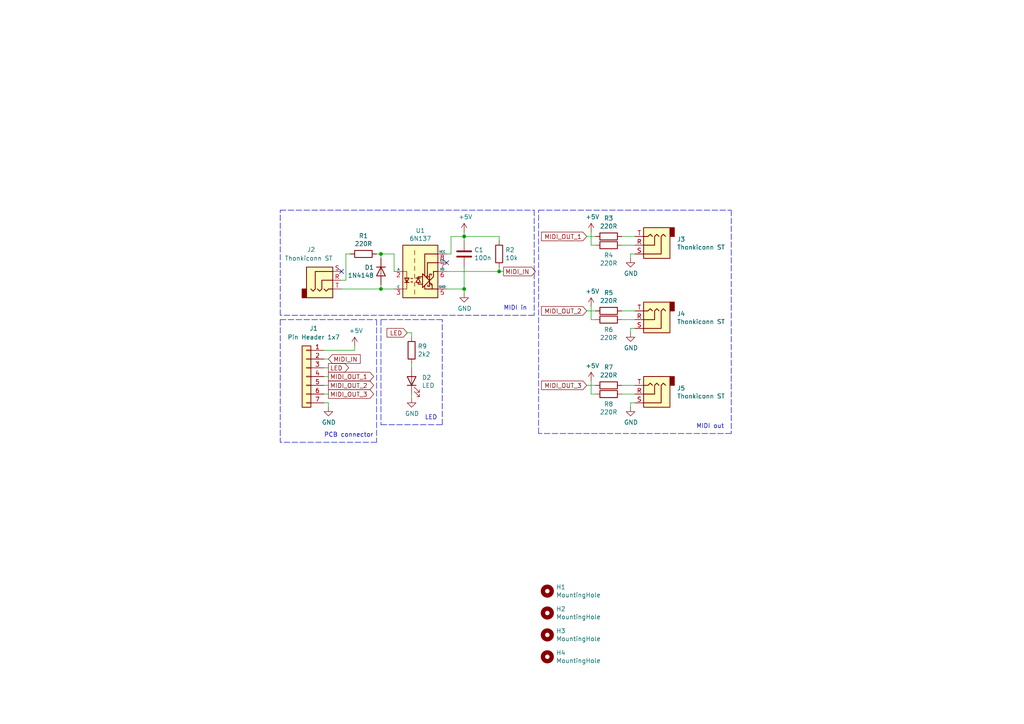
<source format=kicad_sch>
(kicad_sch (version 20211123) (generator eeschema)
  (paper "A4")
  (title_block (title "midi-splitter front") (date "2022-01-22") (rev "1.0") (comment 3 "Released under CERN Open Hardware Licence Version 2 - Strongly Reciprocal") (comment 4 "Designed by: Rafael G. Martins"))
  (lib_symbols
    (symbol "Connector:AudioJack3"
      (property "Reference" "J" (at 0 8.89 0))
      (property "Value" "AudioJack3" (at 0 6.35 0))
      (symbol "AudioJack3_0_1"
        (rectangle (start -5.08 -5.08) (end -6.35 -2.54) (stroke (width 0.254)) (fill (type outline)))
        (polyline (pts (xy 0 -2.54) (xy 0.635 -3.175) (xy 1.27 -2.54) (xy 2.54 -2.54)) (stroke (width 0.254)))
        (polyline (pts (xy -1.905 -2.54) (xy -1.27 -3.175) (xy -0.635 -2.54) (xy -0.635 0) (xy 2.54 0)) (stroke (width 0.254)))
        (polyline (pts (xy 2.54 2.54) (xy -2.54 2.54) (xy -2.54 -2.54) (xy -3.175 -3.175) (xy -3.81 -2.54)) (stroke (width 0.254)))
        (rectangle (start 2.54 3.81) (end -5.08 -5.08) (stroke (width 0.254)) (fill (type background)))
      )
      (symbol "AudioJack3_1_1"
        (pin passive line (at 5.08 0 180) (length 2.54) (name "~") (number "R"))
        (pin passive line (at 5.08 2.54 180) (length 2.54) (name "~") (number "S"))
        (pin passive line (at 5.08 -2.54 180) (length 2.54) (name "~") (number "T"))
      )
    )
    (symbol "Connector_Generic:Conn_01x07" (pin_names (offset 1.016) hide)
      (property "Reference" "J" (at 0 10.16 0))
      (property "Value" "Conn_01x07" (at 0 -10.16 0))
      (symbol "Conn_01x07_1_1"
        (rectangle (start -1.27 -7.493) (end 0 -7.747) (stroke (width 0.1524)))
        (rectangle (start -1.27 -4.953) (end 0 -5.207) (stroke (width 0.1524)))
        (rectangle (start -1.27 -2.413) (end 0 -2.667) (stroke (width 0.1524)))
        (rectangle (start -1.27 0.127) (end 0 -0.127) (stroke (width 0.1524)))
        (rectangle (start -1.27 2.667) (end 0 2.413) (stroke (width 0.1524)))
        (rectangle (start -1.27 5.207) (end 0 4.953) (stroke (width 0.1524)))
        (rectangle (start -1.27 7.747) (end 0 7.493) (stroke (width 0.1524)))
        (rectangle (start -1.27 8.89) (end 1.27 -8.89) (stroke (width 0.254)) (fill (type background)))
        (pin passive line (at -5.08 7.62 0) (length 3.81) (name "Pin_1") (number "1"))
        (pin passive line (at -5.08 5.08 0) (length 3.81) (name "Pin_2") (number "2"))
        (pin passive line (at -5.08 2.54 0) (length 3.81) (name "Pin_3") (number "3"))
        (pin passive line (at -5.08 0 0) (length 3.81) (name "Pin_4") (number "4"))
        (pin passive line (at -5.08 -2.54 0) (length 3.81) (name "Pin_5") (number "5"))
        (pin passive line (at -5.08 -5.08 0) (length 3.81) (name "Pin_6") (number "6"))
        (pin passive line (at -5.08 -7.62 0) (length 3.81) (name "Pin_7") (number "7"))
      )
    )
    (symbol "Device:C" (pin_numbers hide) (pin_names (offset 0.254))
      (property "Reference" "C" (at 0.635 2.54 0))
      (property "Value" "C" (at 0.635 -2.54 0))
      (symbol "C_0_1"
        (polyline (pts (xy -2.032 -0.762) (xy 2.032 -0.762)) (stroke (width 0.508)))
        (polyline (pts (xy -2.032 0.762) (xy 2.032 0.762)) (stroke (width 0.508)))
      )
      (symbol "C_1_1"
        (pin passive line (at 0 3.81 270) (length 2.794) (name "~") (number "1"))
        (pin passive line (at 0 -3.81 90) (length 2.794) (name "~") (number "2"))
      )
    )
    (symbol "Device:LED" (pin_numbers hide) (pin_names (offset 1.016) hide)
      (property "Reference" "D" (at 0 2.54 0))
      (property "Value" "LED" (at 0 -2.54 0))
      (symbol "LED_0_1"
        (polyline (pts (xy -1.27 -1.27) (xy -1.27 1.27)) (stroke (width 0.254)))
        (polyline (pts (xy -1.27 0) (xy 1.27 0)))
        (polyline (pts (xy 1.27 -1.27) (xy 1.27 1.27) (xy -1.27 0) (xy 1.27 -1.27)) (stroke (width 0.254)))
        (polyline (pts (xy -3.048 -0.762) (xy -4.572 -2.286) (xy -3.81 -2.286) (xy -4.572 -2.286) (xy -4.572 -1.524)))
        (polyline (pts (xy -1.778 -0.762) (xy -3.302 -2.286) (xy -2.54 -2.286) (xy -3.302 -2.286) (xy -3.302 -1.524)))
      )
      (symbol "LED_1_1"
        (pin passive line (at -3.81 0 0) (length 2.54) (name "K") (number "1"))
        (pin passive line (at 3.81 0 180) (length 2.54) (name "A") (number "2"))
      )
    )
    (symbol "Device:R" (pin_numbers hide) (pin_names (offset 0))
      (property "Reference" "R" (at 2.032 0 90))
      (property "Value" "R" (at 0 0 90))
      (symbol "R_0_1"
        (rectangle (start -1.016 -2.54) (end 1.016 2.54) (stroke (width 0.254)))
      )
      (symbol "R_1_1"
        (pin passive line (at 0 3.81 270) (length 1.27) (name "~") (number "1"))
        (pin passive line (at 0 -3.81 90) (length 1.27) (name "~") (number "2"))
      )
    )
    (symbol "Diode:1N4148" (pin_numbers hide) (pin_names (offset 1.016) hide)
      (property "Reference" "D" (at 0 2.54 0))
      (property "Value" "1N4148" (at 0 -2.54 0))
      (symbol "1N4148_0_1"
        (polyline (pts (xy -1.27 1.27) (xy -1.27 -1.27)) (stroke (width 0.254)))
        (polyline (pts (xy 1.27 0) (xy -1.27 0)))
        (polyline (pts (xy 1.27 1.27) (xy 1.27 -1.27) (xy -1.27 0) (xy 1.27 1.27)) (stroke (width 0.254)))
      )
      (symbol "1N4148_1_1"
        (pin passive line (at -3.81 0 0) (length 2.54) (name "K") (number "1"))
        (pin passive line (at 3.81 0 180) (length 2.54) (name "A") (number "2"))
      )
    )
    (symbol "Isolator:6N137" (pin_names (offset 0))
      (property "Reference" "U" (at -4.064 8.89 0))
      (property "Value" "6N137" (at 0 -8.89 0))
      (symbol "6N137_0_1"
        (polyline (pts (xy 2.667 -3.556) (xy 2.667 -1.651)) (stroke (width 0.254)))
        (polyline (pts (xy 2.667 -2.159) (xy 2.667 -2.921)) (stroke (width 0.254)))
        (polyline (pts (xy 3.429 -3.937) (xy 3.429 -5.08)) (stroke (width 0.254)))
        (polyline (pts (xy -0.635 -3.302) (xy -0.635 -3.683) (xy 0.635 -3.683)) (stroke (width 0.254)))
        (polyline (pts (xy -0.635 -1.905) (xy -0.635 -1.524) (xy 0.508 -1.524)) (stroke (width 0.254)))
        (polyline (pts (xy 1.27 -4.064) (xy 1.27 -5.08) (xy 5.08 -5.08)) (stroke (width 0.254)))
        (polyline (pts (xy 1.27 -1.27) (xy 1.27 5.08) (xy 5.08 5.08)) (stroke (width 0.254)))
        (polyline (pts (xy 2.032 -1.27) (xy 2.032 2.54) (xy 5.08 2.54)) (stroke (width 0.254)))
        (polyline (pts (xy -5.08 -5.08) (xy -3.937 -5.08) (xy -3.937 0) (xy -5.08 0)))
        (polyline (pts (xy 2.667 -3.302) (xy 2.667 -4.318) (xy 2.159 -4.318) (xy 2.159 -3.937)) (stroke (width 0.254)))
        (polyline (pts (xy 2.667 -2.667) (xy 0.635 -4.699) (xy 0.635 -0.635) (xy 2.667 -2.667)) (stroke (width 0.254)))
        (polyline (pts (xy 2.667 -1.778) (xy 2.667 -0.762) (xy 3.175 -0.762) (xy 3.175 -1.143)) (stroke (width 0.254)))
        (polyline (pts (xy 2.794 -2.54) (xy 3.81 -1.524) (xy 3.81 0) (xy 5.08 0)) (stroke (width 0.254)))
        (polyline (pts (xy 2.667 -3.175) (xy 3.429 -3.937) (xy 3.302 -3.556) (xy 3.048 -3.81) (xy 3.429 -3.937)) (stroke (width 0.254)))
        (circle (center 2.032 -1.524) (radius 0.254) (stroke (width 0.254)))
      )
      (symbol "6N137_1_1"
        (rectangle (start -5.08 7.62) (end 5.08 -7.62) (stroke (width 0.254)) (fill (type background)))
        (polyline (pts (xy -4.572 -3.175) (xy -3.302 -3.175)) (stroke (width 0.254)))
        (polyline (pts (xy -1.651 -5.334) (xy -1.651 -6.604)))
        (polyline (pts (xy -1.651 -3.048) (xy -1.651 -4.318)))
        (polyline (pts (xy -1.651 -0.762) (xy -1.651 -2.032)))
        (polyline (pts (xy -1.651 1.524) (xy -1.651 0.254)))
        (polyline (pts (xy -1.651 3.81) (xy -1.651 2.54)))
        (polyline (pts (xy -1.651 6.096) (xy -1.651 4.826)))
        (polyline (pts (xy -1.27 -1.905) (xy 0 -1.905)) (stroke (width 0.254)))
        (polyline (pts (xy -3.937 -3.175) (xy -4.572 -1.905) (xy -3.302 -1.905) (xy -3.937 -3.175)) (stroke (width 0.254)))
        (polyline (pts (xy -0.635 -1.905) (xy -1.27 -3.175) (xy 0 -3.175) (xy -0.635 -1.905)) (stroke (width 0.254)))
        (polyline (pts (xy -2.921 -3.048) (xy -2.159 -3.048) (xy -2.54 -3.175) (xy -2.54 -2.921) (xy -2.159 -3.048)) (stroke (width 0.127)))
        (polyline (pts (xy -2.921 -2.032) (xy -2.159 -2.032) (xy -2.54 -2.159) (xy -2.54 -1.905) (xy -2.159 -2.032)) (stroke (width 0.127)))
        (pin no_connect line (at -5.08 5.08 0) (length 2.54) hide (name "NC") (number "1"))
        (pin passive line (at -7.62 0 0) (length 2.54) (name "A") (number "2"))
        (pin passive line (at -7.62 -5.08 0) (length 2.54) (name "C") (number "3"))
        (pin power_in line (at 7.62 -5.08 180) (length 2.54) (name "GND") (number "5"))
        (pin open_collector line (at 7.62 0 180) (length 2.54) (name "VO") (number "6"))
        (pin input line (at 7.62 2.54 180) (length 2.54) (name "EN") (number "7"))
        (pin power_in line (at 7.62 5.08 180) (length 2.54) (name "VCC") (number "8"))
      )
    )
    (symbol "Mechanical:MountingHole" (pin_names (offset 1.016))
      (property "Reference" "H" (at 0 5.08 0))
      (property "Value" "MountingHole" (at 0 3.175 0))
      (symbol "MountingHole_0_1"
        (circle (center 0 0) (radius 1.27) (stroke (width 1.27)))
      )
    )
    (symbol "power:+5V" (power) (pin_names (offset 0))
      (property "Value" "+5V" (at 0 3.556 0))
      (symbol "+5V_0_1"
        (polyline (pts (xy -0.762 1.27) (xy 0 2.54)))
        (polyline (pts (xy 0 0) (xy 0 2.54)))
        (polyline (pts (xy 0 2.54) (xy 0.762 1.27)))
      )
      (symbol "+5V_1_1"
        (pin power_in line (at 0 0 90) (length 0) hide (name "+5V") (number "1"))
      )
    )
    (symbol "power:GND" (power) (pin_names (offset 0))
      (property "Value" "GND" (at 0 -3.81 0))
      (symbol "GND_0_1"
        (polyline (pts (xy 0 0) (xy 0 -1.27) (xy 1.27 -1.27) (xy 0 -2.54) (xy -1.27 -1.27) (xy 0 -1.27)))
      )
      (symbol "GND_1_1"
        (pin power_in line (at 0 0 270) (length 0) hide (name "GND") (number "1"))
      )
    )
  )
  (junction (at 144.78 78.74))
  (junction (at 110.49 73.66))
  (junction (at 110.49 83.82))
  (junction (at 134.62 68.58))
  (junction (at 134.62 83.82))
  (no_connect (at 129.54 76.2))
  (no_connect (at 99.06 78.74))
  (polyline (pts (xy 81.28 60.96) (xy 154.94 60.96)))
  (wire (pts (xy 109.22 73.66) (xy 110.49 73.66)))
  (wire (pts (xy 170.18 90.17) (xy 172.72 90.17)))
  (wire (pts (xy 182.88 73.66) (xy 184.15 73.66)))
  (wire (pts (xy 171.45 114.3) (xy 172.72 114.3)))
  (polyline (pts (xy 156.21 125.73) (xy 156.21 60.96)))
  (wire (pts (xy 182.88 74.93) (xy 182.88 73.66)))
  (wire (pts (xy 144.78 78.74) (xy 144.78 77.47)))
  (wire (pts (xy 182.88 118.11) (xy 182.88 116.84)))
  (wire (pts (xy 99.06 83.82) (xy 110.49 83.82)))
  (wire (pts (xy 134.62 69.85) (xy 134.62 68.58)))
  (wire (pts (xy 182.88 95.25) (xy 184.15 95.25)))
  (wire (pts (xy 129.54 73.66) (xy 130.81 73.66)))
  (wire (pts (xy 180.34 71.12) (xy 184.15 71.12)))
  (wire (pts (xy 93.98 101.6) (xy 102.87 101.6)))
  (wire (pts (xy 102.87 101.6) (xy 102.87 100.33)))
  (wire (pts (xy 144.78 78.74) (xy 146.05 78.74)))
  (wire (pts (xy 110.49 73.66) (xy 114.3 73.66)))
  (wire (pts (xy 100.33 81.28) (xy 100.33 73.66)))
  (wire (pts (xy 134.62 85.09) (xy 134.62 83.82)))
  (wire (pts (xy 171.45 71.12) (xy 172.72 71.12)))
  (polyline (pts (xy 128.27 92.71) (xy 110.49 92.71)))
  (polyline (pts (xy 81.28 92.71) (xy 109.22 92.71)))
  (polyline (pts (xy 154.94 91.44) (xy 81.28 91.44)))
  (wire (pts (xy 100.33 73.66) (xy 101.6 73.66)))
  (wire (pts (xy 134.62 83.82) (xy 134.62 77.47)))
  (polyline (pts (xy 109.22 92.71) (xy 109.22 128.27)))
  (wire (pts (xy 144.78 68.58) (xy 144.78 69.85)))
  (wire (pts (xy 93.98 109.22) (xy 95.25 109.22)))
  (wire (pts (xy 93.98 104.14) (xy 95.25 104.14)))
  (polyline (pts (xy 212.09 125.73) (xy 156.21 125.73)))
  (wire (pts (xy 110.49 83.82) (xy 114.3 83.82)))
  (wire (pts (xy 129.54 83.82) (xy 134.62 83.82)))
  (polyline (pts (xy 110.49 123.19) (xy 128.27 123.19)))
  (wire (pts (xy 93.98 111.76) (xy 95.25 111.76)))
  (polyline (pts (xy 81.28 92.71) (xy 81.28 128.27)))
  (polyline (pts (xy 154.94 60.96) (xy 154.94 91.44)))
  (wire (pts (xy 130.81 73.66) (xy 130.81 68.58)))
  (wire (pts (xy 171.45 110.49) (xy 171.45 114.3)))
  (wire (pts (xy 93.98 116.84) (xy 95.25 116.84)))
  (wire (pts (xy 170.18 68.58) (xy 172.72 68.58)))
  (wire (pts (xy 171.45 67.31) (xy 171.45 71.12)))
  (wire (pts (xy 171.45 92.71) (xy 172.72 92.71)))
  (wire (pts (xy 129.54 78.74) (xy 144.78 78.74)))
  (wire (pts (xy 110.49 74.93) (xy 110.49 73.66)))
  (wire (pts (xy 180.34 92.71) (xy 184.15 92.71)))
  (polyline (pts (xy 109.22 128.27) (xy 81.28 128.27)))
  (wire (pts (xy 114.3 73.66) (xy 114.3 78.74)))
  (wire (pts (xy 110.49 82.55) (xy 110.49 83.82)))
  (wire (pts (xy 119.38 96.52) (xy 119.38 97.79)))
  (wire (pts (xy 99.06 81.28) (xy 100.33 81.28)))
  (wire (pts (xy 93.98 106.68) (xy 95.25 106.68)))
  (wire (pts (xy 171.45 88.9) (xy 171.45 92.71)))
  (polyline (pts (xy 81.28 91.44) (xy 81.28 60.96)))
  (polyline (pts (xy 128.27 123.19) (xy 128.27 92.71)))
  (wire (pts (xy 182.88 116.84) (xy 184.15 116.84)))
  (wire (pts (xy 134.62 68.58) (xy 134.62 67.31)))
  (wire (pts (xy 180.34 90.17) (xy 184.15 90.17)))
  (wire (pts (xy 119.38 115.57) (xy 119.38 114.3)))
  (wire (pts (xy 182.88 96.52) (xy 182.88 95.25)))
  (polyline (pts (xy 110.49 92.71) (xy 110.49 123.19)))
  (wire (pts (xy 180.34 114.3) (xy 184.15 114.3)))
  (wire (pts (xy 95.25 116.84) (xy 95.25 118.11)))
  (wire (pts (xy 119.38 106.68) (xy 119.38 105.41)))
  (wire (pts (xy 118.11 96.52) (xy 119.38 96.52)))
  (wire (pts (xy 180.34 111.76) (xy 184.15 111.76)))
  (wire (pts (xy 180.34 68.58) (xy 184.15 68.58)))
  (polyline (pts (xy 156.21 60.96) (xy 212.09 60.96)))
  (wire (pts (xy 130.81 68.58) (xy 134.62 68.58)))
  (polyline (pts (xy 212.09 60.96) (xy 212.09 125.73)))
  (wire (pts (xy 134.62 68.58) (xy 144.78 68.58)))
  (wire (pts (xy 170.18 111.76) (xy 172.72 111.76)))
  (wire (pts (xy 93.98 114.3) (xy 95.25 114.3)))
  (text "LED" (at 123.19 121.92 0) (effects (font (size 1.27 1.27)) (justify left bottom)))
  (text "MIDI in" (at 146.05 90.17 0) (effects (font (size 1.27 1.27)) (justify left bottom)))
  (text "MIDI out" (at 201.93 124.46 0) (effects (font (size 1.27 1.27)) (justify left bottom)))
  (text "PCB connector" (at 93.98 127 0) (effects (font (size 1.27 1.27)) (justify left bottom)))
  (global_label "MIDI_IN" (shape output) (at 146.05 78.74 0) (property "Intersheet References" "${INTERSHEET_REFS}" (effects hide)))
  (global_label "LED" (shape input) (at 118.11 96.52 180) (property "Intersheet References" "${INTERSHEET_REFS}" (effects hide)))
  (global_label "MIDI_OUT_2" (shape output) (at 95.25 111.76 0) (property "Intersheet References" "${INTERSHEET_REFS}" (effects hide)))
  (global_label "MIDI_OUT_1" (shape output) (at 95.25 109.22 0) (property "Intersheet References" "${INTERSHEET_REFS}" (effects hide)))
  (global_label "LED" (shape output) (at 95.25 106.68 0) (property "Intersheet References" "${INTERSHEET_REFS}" (effects hide)))
  (global_label "MIDI_OUT_3" (shape input) (at 170.18 111.76 180) (property "Intersheet References" "${INTERSHEET_REFS}" (effects hide)))
  (global_label "MIDI_OUT_1" (shape input) (at 170.18 68.58 180) (property "Intersheet References" "${INTERSHEET_REFS}" (effects hide)))
  (global_label "MIDI_IN" (shape input) (at 95.25 104.14 0) (property "Intersheet References" "${INTERSHEET_REFS}" (effects hide)))
  (global_label "MIDI_OUT_3" (shape output) (at 95.25 114.3 0) (property "Intersheet References" "${INTERSHEET_REFS}" (effects hide)))
  (global_label "MIDI_OUT_2" (shape input) (at 170.18 90.17 180) (property "Intersheet References" "${INTERSHEET_REFS}" (effects hide)))
  (symbol (lib_id "Isolator:6N137") (at 121.92 78.74 0) (unit 1)
    (property "Reference" "U1" (at 121.92 66.8782 0))
    (property "Value" "6N137" (at 121.92 69.1896 0))
    (property "Footprint" "Package_DIP:DIP-8_W7.62mm_LongPads" (effects hide))
    (property "Datasheet" "https://docs.broadcom.com/docs/AV02-0940EN" (effects hide))
  )
  (symbol (lib_id "Device:R") (at 105.41 73.66 90) (unit 1)
    (property "Reference" "R1" (at 105.41 68.4022 90))
    (property "Value" "220R" (at 105.41 70.7136 90))
    (property "Footprint" "Resistor_THT:R_Axial_DIN0207_L6.3mm_D2.5mm_P10.16mm_Horizontal" (effects hide))
  )
  (symbol (lib_id "Diode:1N4148") (at 110.49 78.74 270) (unit 1)
    (property "Reference" "D1" (at 108.458 77.5716 90) (effects (justify right)))
    (property "Value" "1N4148" (at 108.458 79.883 90) (effects (justify right)))
    (property "Footprint" "Diode_THT:D_DO-35_SOD27_P7.62mm_Horizontal" (effects hide))
    (property "Datasheet" "https://assets.nexperia.com/documents/data-sheet/1N4148_1N4448.pdf" (effects hide))
  )
  (symbol (lib_id "Connector:AudioJack3") (at 93.98 81.28 0) (unit 1)
    (property "Reference" "J2" (at 91.44 72.39 0) (effects (justify right)))
    (property "Value" "Thonkiconn ST" (at 96.52 74.93 0) (effects (justify right)))
    (property "Footprint" "eurorack:Jack_3.5mm_QingPu_WQP-PJ366ST_Vertical" (effects hide))
  )
  (symbol (lib_id "Device:R") (at 144.78 73.66 0) (unit 1)
    (property "Reference" "R2" (at 146.558 72.4916 0) (effects (justify left)))
    (property "Value" "10k" (at 146.558 74.803 0) (effects (justify left)))
    (property "Footprint" "Resistor_THT:R_Axial_DIN0207_L6.3mm_D2.5mm_P10.16mm_Horizontal" (effects hide))
  )
  (symbol (lib_id "Device:C") (at 134.62 73.66 0) (unit 1)
    (property "Reference" "C1" (at 137.541 72.4916 0) (effects (justify left)))
    (property "Value" "100n" (at 137.541 74.803 0) (effects (justify left)))
    (property "Footprint" "Capacitor_THT:C_Disc_D4.3mm_W1.9mm_P5.00mm" (effects hide))
  )
  (symbol (lib_id "power:+5V") (at 134.62 67.31 0) (unit 1)
    (property "Reference" "#PWR0101" (effects hide))
    (property "Value" "+5V" (at 135.001 62.9158 0))
  )
  (symbol (lib_id "power:GND") (at 134.62 85.09 0) (unit 1)
    (property "Reference" "#PWR0102" (effects hide))
    (property "Value" "GND" (at 134.747 89.4842 0))
  )
  (symbol (lib_id "Connector:AudioJack3") (at 189.23 71.12 180) (unit 1)
    (property "Reference" "J3" (at 196.342 69.4182 0) (effects (justify right)))
    (property "Value" "Thonkiconn ST" (at 196.342 71.7296 0) (effects (justify right)))
    (property "Footprint" "eurorack:Jack_3.5mm_QingPu_WQP-PJ366ST_Vertical" (effects hide))
  )
  (symbol (lib_id "power:GND") (at 182.88 74.93 0) (unit 1)
    (property "Reference" "#PWR0103" (effects hide))
    (property "Value" "GND" (at 183.007 79.3242 0))
  )
  (symbol (lib_id "Device:R") (at 176.53 68.58 90) (unit 1)
    (property "Reference" "R3" (at 176.53 63.3222 90))
    (property "Value" "220R" (at 176.53 65.6336 90))
    (property "Footprint" "Resistor_THT:R_Axial_DIN0207_L6.3mm_D2.5mm_P10.16mm_Horizontal" (effects hide))
  )
  (symbol (lib_id "Device:R") (at 176.53 71.12 90) (unit 1)
    (property "Reference" "R4" (at 176.53 74.041 90))
    (property "Value" "220R" (at 176.53 76.3524 90))
    (property "Footprint" "Resistor_THT:R_Axial_DIN0207_L6.3mm_D2.5mm_P10.16mm_Horizontal" (effects hide))
  )
  (symbol (lib_id "power:+5V") (at 171.45 67.31 0) (unit 1)
    (property "Reference" "#PWR0104" (effects hide))
    (property "Value" "+5V" (at 171.831 62.9158 0))
  )
  (symbol (lib_id "Connector:AudioJack3") (at 189.23 92.71 180) (unit 1)
    (property "Reference" "J4" (at 196.342 91.0082 0) (effects (justify right)))
    (property "Value" "Thonkiconn ST" (at 196.342 93.3196 0) (effects (justify right)))
    (property "Footprint" "eurorack:Jack_3.5mm_QingPu_WQP-PJ366ST_Vertical" (effects hide))
  )
  (symbol (lib_id "power:GND") (at 182.88 96.52 0) (unit 1)
    (property "Reference" "#PWR0105" (effects hide))
    (property "Value" "GND" (at 183.007 100.9142 0))
  )
  (symbol (lib_id "Device:R") (at 176.53 90.17 90) (unit 1)
    (property "Reference" "R5" (at 176.53 84.9122 90))
    (property "Value" "220R" (at 176.53 87.2236 90))
    (property "Footprint" "Resistor_THT:R_Axial_DIN0207_L6.3mm_D2.5mm_P10.16mm_Horizontal" (effects hide))
  )
  (symbol (lib_id "Device:R") (at 176.53 92.71 90) (unit 1)
    (property "Reference" "R6" (at 176.53 95.631 90))
    (property "Value" "220R" (at 176.53 97.9424 90))
    (property "Footprint" "Resistor_THT:R_Axial_DIN0207_L6.3mm_D2.5mm_P10.16mm_Horizontal" (effects hide))
  )
  (symbol (lib_id "power:+5V") (at 171.45 88.9 0) (unit 1)
    (property "Reference" "#PWR0106" (effects hide))
    (property "Value" "+5V" (at 171.831 84.5058 0))
  )
  (symbol (lib_id "Connector:AudioJack3") (at 189.23 114.3 180) (unit 1)
    (property "Reference" "J5" (at 196.342 112.5982 0) (effects (justify right)))
    (property "Value" "Thonkiconn ST" (at 196.342 114.9096 0) (effects (justify right)))
    (property "Footprint" "eurorack:Jack_3.5mm_QingPu_WQP-PJ366ST_Vertical" (effects hide))
  )
  (symbol (lib_id "power:GND") (at 182.88 118.11 0) (unit 1)
    (property "Reference" "#PWR0107" (effects hide))
    (property "Value" "GND" (at 183.007 122.5042 0))
  )
  (symbol (lib_id "Device:R") (at 176.53 111.76 90) (unit 1)
    (property "Reference" "R7" (at 176.53 106.5022 90))
    (property "Value" "220R" (at 176.53 108.8136 90))
    (property "Footprint" "Resistor_THT:R_Axial_DIN0207_L6.3mm_D2.5mm_P10.16mm_Horizontal" (effects hide))
  )
  (symbol (lib_id "Device:R") (at 176.53 114.3 90) (unit 1)
    (property "Reference" "R8" (at 176.53 117.221 90))
    (property "Value" "220R" (at 176.53 119.5324 90))
    (property "Footprint" "Resistor_THT:R_Axial_DIN0207_L6.3mm_D2.5mm_P10.16mm_Horizontal" (effects hide))
  )
  (symbol (lib_id "power:+5V") (at 171.45 110.49 0) (unit 1)
    (property "Reference" "#PWR0108" (effects hide))
    (property "Value" "+5V" (at 171.831 106.0958 0))
  )
  (symbol (lib_id "Connector_Generic:Conn_01x07") (at 88.9 109.22 0) (mirror y) (unit 1)
    (property "Reference" "J1" (at 90.9828 95.25 0))
    (property "Value" "Pin Header 1x7" (at 90.9828 97.79 0))
    (property "Footprint" "Connector_PinHeader_2.54mm:PinHeader_1x07_P2.54mm_Vertical" (effects hide))
  )
  (symbol (lib_id "power:GND") (at 95.25 118.11 0) (unit 1)
    (property "Reference" "#PWR0109" (effects hide))
    (property "Value" "GND" (at 95.377 122.5042 0))
  )
  (symbol (lib_id "power:+5V") (at 102.87 100.33 0) (unit 1)
    (property "Reference" "#PWR0110" (effects hide))
    (property "Value" "+5V" (at 103.251 95.9358 0))
  )
  (symbol (lib_id "Mechanical:MountingHole") (at 158.75 171.45 0) (unit 1)
    (property "Reference" "H1" (at 161.29 170.2816 0) (effects (justify left)))
    (property "Value" "MountingHole" (at 161.29 172.593 0) (effects (justify left)))
    (property "Footprint" "MountingHole:MountingHole_2.2mm_M2_Pad_Via" (effects hide))
  )
  (symbol (lib_id "Mechanical:MountingHole") (at 158.75 177.8 0) (unit 1)
    (property "Reference" "H2" (at 161.29 176.6316 0) (effects (justify left)))
    (property "Value" "MountingHole" (at 161.29 178.943 0) (effects (justify left)))
    (property "Footprint" "MountingHole:MountingHole_2.2mm_M2_Pad_Via" (effects hide))
  )
  (symbol (lib_id "Mechanical:MountingHole") (at 158.75 184.15 0) (unit 1)
    (property "Reference" "H3" (at 161.29 182.9816 0) (effects (justify left)))
    (property "Value" "MountingHole" (at 161.29 185.293 0) (effects (justify left)))
    (property "Footprint" "MountingHole:MountingHole_2.2mm_M2_Pad_Via" (effects hide))
  )
  (symbol (lib_id "Mechanical:MountingHole") (at 158.75 190.5 0) (unit 1)
    (property "Reference" "H4" (at 161.29 189.3316 0) (effects (justify left)))
    (property "Value" "MountingHole" (at 161.29 191.643 0) (effects (justify left)))
    (property "Footprint" "MountingHole:MountingHole_2.2mm_M2_Pad_Via" (effects hide))
  )
  (symbol (lib_id "Device:R") (at 119.38 101.6 0) (unit 1)
    (property "Reference" "R9" (at 121.158 100.4316 0) (effects (justify left)))
    (property "Value" "2k2" (at 121.158 102.743 0) (effects (justify left)))
    (property "Footprint" "Resistor_THT:R_Axial_DIN0207_L6.3mm_D2.5mm_P10.16mm_Horizontal" (effects hide))
  )
  (symbol (lib_id "Device:LED") (at 119.38 110.49 90) (unit 1)
    (property "Reference" "D2" (at 122.3772 109.4994 90) (effects (justify right)))
    (property "Value" "LED" (at 122.3772 111.8108 90) (effects (justify right)))
    (property "Footprint" "eurorack:LED_D3.0mmP2.54mm" (effects hide))
  )
  (symbol (lib_id "power:GND") (at 119.38 115.57 0) (unit 1)
    (property "Reference" "#PWR0111" (effects hide))
    (property "Value" "GND" (at 119.507 119.9642 0))
  )
)
</source>
